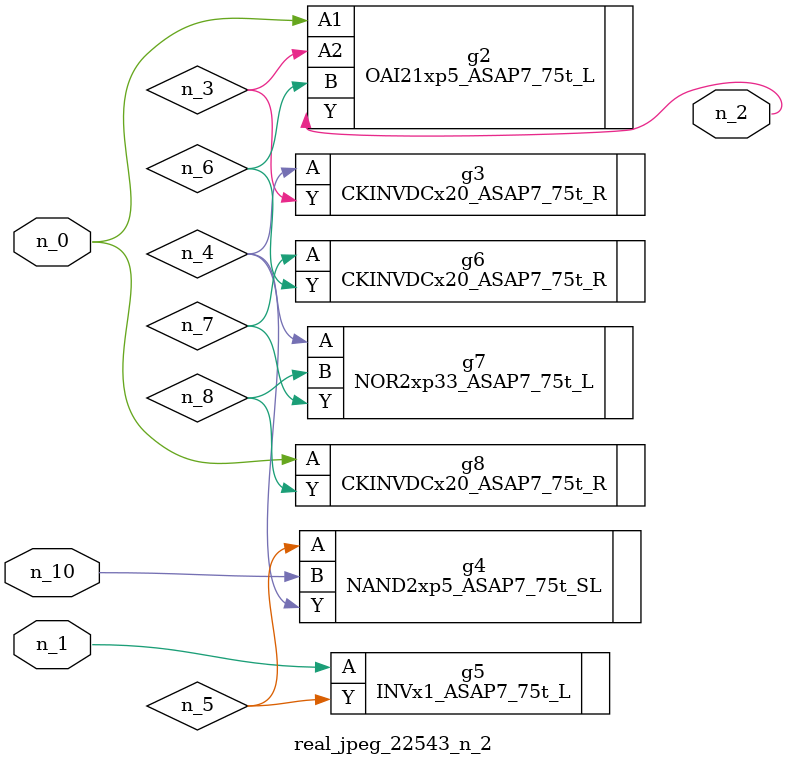
<source format=v>
module real_jpeg_22543_n_2 (n_1, n_10, n_0, n_2);

input n_1;
input n_10;
input n_0;

output n_2;

wire n_5;
wire n_4;
wire n_8;
wire n_6;
wire n_7;
wire n_3;

OAI21xp5_ASAP7_75t_L g2 ( 
.A1(n_0),
.A2(n_3),
.B(n_6),
.Y(n_2)
);

CKINVDCx20_ASAP7_75t_R g8 ( 
.A(n_0),
.Y(n_8)
);

INVx1_ASAP7_75t_L g5 ( 
.A(n_1),
.Y(n_5)
);

CKINVDCx20_ASAP7_75t_R g3 ( 
.A(n_4),
.Y(n_3)
);

NOR2xp33_ASAP7_75t_L g7 ( 
.A(n_4),
.B(n_8),
.Y(n_7)
);

NAND2xp5_ASAP7_75t_SL g4 ( 
.A(n_5),
.B(n_10),
.Y(n_4)
);

CKINVDCx20_ASAP7_75t_R g6 ( 
.A(n_7),
.Y(n_6)
);


endmodule
</source>
